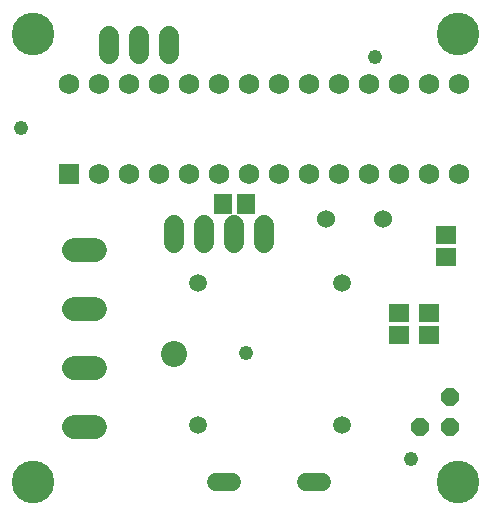
<source format=gts>
G04 EAGLE Gerber RS-274X export*
G75*
%MOMM*%
%FSLAX34Y34*%
%LPD*%
%INSoldermask Top*%
%IPPOS*%
%AMOC8*
5,1,8,0,0,1.08239X$1,22.5*%
G01*
%ADD10C,3.603200*%
%ADD11C,2.213200*%
%ADD12C,1.511200*%
%ADD13R,1.703200X1.503200*%
%ADD14R,1.503200X1.703200*%
%ADD15R,1.727200X1.727200*%
%ADD16C,1.727200*%
%ADD17C,1.727200*%
%ADD18C,1.524000*%
%ADD19C,1.993900*%
%ADD20P,1.649562X8X22.500000*%
%ADD21C,1.524000*%
%ADD22C,1.209600*%


D10*
X20000Y360000D03*
X380000Y360000D03*
X380000Y-20000D03*
X20000Y-20000D03*
D11*
X139700Y88900D03*
D12*
X159700Y148900D03*
X159700Y28900D03*
X281700Y148900D03*
X281700Y28900D03*
D13*
X330200Y104800D03*
X330200Y123800D03*
X355600Y104800D03*
X355600Y123800D03*
D14*
X181000Y215900D03*
X200000Y215900D03*
D15*
X50800Y241300D03*
D16*
X76200Y241300D03*
X101600Y241300D03*
X127000Y241300D03*
X152400Y241300D03*
X177800Y241300D03*
X203200Y241300D03*
X228600Y241300D03*
X254000Y241300D03*
X279400Y241300D03*
X304800Y241300D03*
X330200Y241300D03*
X355600Y241300D03*
X381000Y241300D03*
X381000Y317500D03*
X355600Y317500D03*
X330200Y317500D03*
X304800Y317500D03*
X279400Y317500D03*
X254000Y317500D03*
X228600Y317500D03*
X203200Y317500D03*
X177800Y317500D03*
X152400Y317500D03*
X127000Y317500D03*
X101600Y317500D03*
X76200Y317500D03*
X50800Y317500D03*
D17*
X139700Y198120D02*
X139700Y182880D01*
X165100Y182880D02*
X165100Y198120D01*
X190500Y198120D02*
X190500Y182880D01*
X215900Y182880D02*
X215900Y198120D01*
D18*
X316230Y203200D03*
X267970Y203200D03*
D19*
X72454Y176600D02*
X54547Y176600D01*
X54547Y126600D02*
X72454Y126600D01*
X72454Y76600D02*
X54547Y76600D01*
X54547Y26600D02*
X72454Y26600D01*
D17*
X135400Y342380D02*
X135400Y357620D01*
X110000Y357620D02*
X110000Y342380D01*
X84600Y342380D02*
X84600Y357620D01*
D20*
X347300Y27300D03*
X372700Y27300D03*
X372700Y52700D03*
D21*
X264704Y-20000D02*
X251496Y-20000D01*
X188504Y-20000D02*
X175296Y-20000D01*
D13*
X370000Y189500D03*
X370000Y170500D03*
D22*
X10000Y280000D03*
X310000Y340000D03*
X340000Y0D03*
X200000Y90000D03*
M02*

</source>
